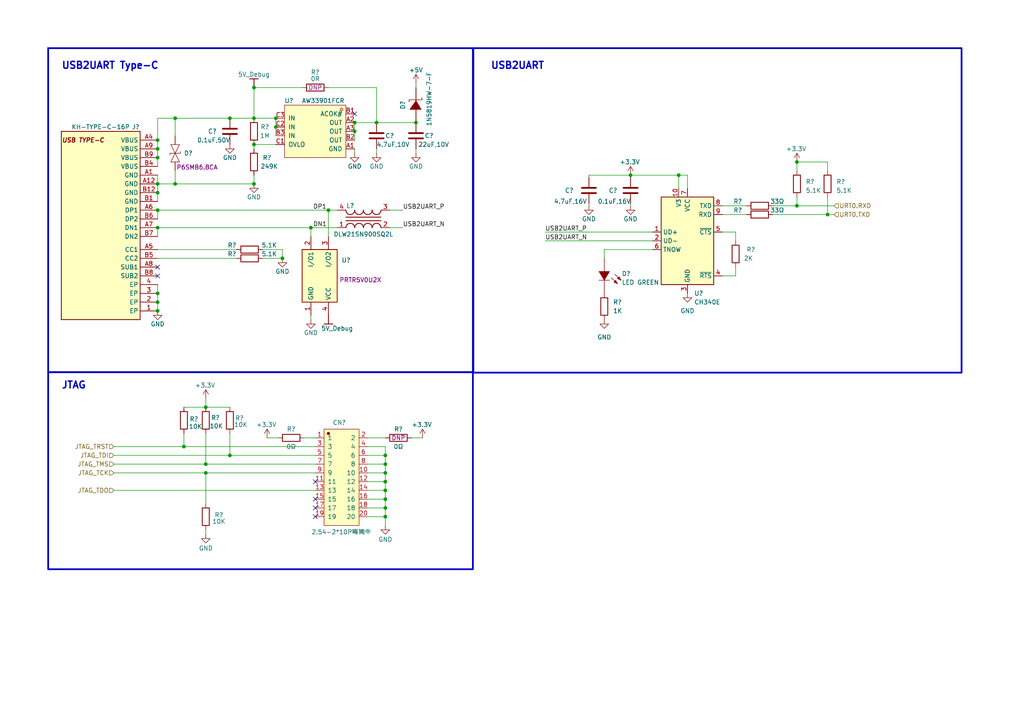
<source format=kicad_sch>
(kicad_sch (version 20230121) (generator eeschema)
  (paper "A4")
  (title_block (title "HPM6E00ADCEVKRevC") (date "2024-09-17") (rev "RevC") (comment 1 "Debug"))
  (lib_symbols
    (symbol "00_HPM_power:+5V" (power) (pin_names (offset 0))
      (property "Value" "+5V" (at 0 3.556 0))
      (symbol "+5V_0_1"
        (polyline (pts (xy -0.762 1.27) (xy 0 2.54)))
        (polyline (pts (xy 0 0) (xy 0 2.54)))
        (polyline (pts (xy 0 2.54) (xy 0.762 1.27)))
      )
      (symbol "+5V_1_1"
        (pin power_in line (at 0 0 90) (length 0) hide (name "+5V") (number "1"))
      )
    )
    (symbol "00_HPM_power:5V_Debug" (power)
      (property "Value" "5V_Debug" (at 0 -3.81 0))
      (symbol "5V_Debug_0_0"
        (polyline (pts (xy -1.27 -2.54) (xy 1.27 -2.54)) (stroke (width 0.254)))
        (polyline (pts (xy 0 0) (xy 0 -2.54)) (stroke (width 0.254)))
        (pin power_in line (at 0 0 0) (length 0) hide (name "5V_Debug") (number ""))
      )
    )
    (symbol "00_HPM_power:GND" (power)
      (property "Value" "GND" (at 1.27 -6.35 0))
      (symbol "GND_0_0"
        (pin power_in line (at 0 0 0) (length 0) hide (name "GND") (number ""))
      )
      (symbol "GND_0_1"
        (polyline (pts (xy 0 0) (xy 0 -1.27) (xy 1.27 -1.27) (xy 0 -2.54) (xy -1.27 -1.27) (xy 0 -1.27)))
      )
    )
    (symbol "01-HPM-Peripheral:LED_GREEN" (pin_numbers hide) (pin_names (offset 1.016) hide)
      (property "Reference" "LED" (at -5.08 1.27 0))
      (property "Value" "LED_GREEN" (at 0 8.89 0))
      (symbol "LED_GREEN_1_1"
        (polyline (pts (xy -2.54 1.524) (xy -2.54 -1.524)) (stroke (width 0.1524)))
        (polyline (pts (xy -1.778 2.032) (xy -3.556 3.81)) (stroke (width 0.1524)))
        (polyline (pts (xy -0.762 3.048) (xy -2.54 4.826)) (stroke (width 0.1524)))
        (polyline (pts (xy -3.556 3.81) (xy -2.54 3.302) (xy -3.048 2.794) (xy -3.556 3.81)) (stroke (width 0.1524)) (fill (type outline)))
        (polyline (pts (xy -2.54 4.826) (xy -1.524 4.318) (xy -2.032 3.81) (xy -2.54 4.826)) (stroke (width 0.1524)) (fill (type outline)))
        (polyline (pts (xy 0 -1.524) (xy -2.54 0) (xy 0 1.524) (xy 0 -1.524)) (stroke (width 0.1524)) (fill (type outline)))
        (pin input line (at -6.35 0 0) (length 3.81) (name "K") (number "1"))
        (pin input line (at 3.81 0 180) (length 3.81) (name "A") (number "2"))
      )
    )
    (symbol "02_HPM_Resistor:10K_0402" (pin_numbers hide) (pin_names (offset 0))
      (property "Reference" "R" (at 0 3.81 0))
      (property "Value" "10K" (at 0 6.35 0))
      (symbol "10K_0402_0_1"
        (rectangle (start 2.54 -1.016) (end -2.54 1.016) (stroke (width 0.254)))
      )
      (symbol "10K_0402_1_1"
        (pin passive line (at -3.81 0 0) (length 1.27) (name "~") (number "1"))
        (pin passive line (at 3.81 0 180) (length 1.27) (name "~") (number "2"))
      )
    )
    (symbol "02_HPM_Resistor:5.1K_0402" (pin_numbers hide) (pin_names (offset 0))
      (property "Reference" "R" (at 0 3.81 0))
      (property "Value" "5.1K" (at 0 7.62 0))
      (symbol "5.1K_0402_0_1"
        (rectangle (start 2.54 -1.016) (end -2.54 1.016) (stroke (width 0.254)))
      )
      (symbol "5.1K_0402_1_1"
        (pin passive line (at -3.81 0 0) (length 1.27) (name "~") (number "1"))
        (pin passive line (at 3.81 0 180) (length 1.27) (name "~") (number "2"))
      )
    )
    (symbol "03_HPM_Capacitance:0.1uF,16V_0402" (pin_numbers hide) (pin_names (offset 0.254))
      (property "Reference" "C" (at -1.27 10.16 0))
      (property "Value" "0.1uF,16V" (at -5.08 12.7 0))
      (symbol "0.1uF,16V_0402_0_1"
        (polyline (pts (xy -2.032 -0.762) (xy 2.032 -0.762)) (stroke (width 0.508)))
        (polyline (pts (xy -2.032 0.762) (xy 2.032 0.762)) (stroke (width 0.508)))
      )
      (symbol "0.1uF,16V_0402_1_1"
        (pin passive line (at 0 3.81 270) (length 2.794) (name "~") (number "1"))
        (pin passive line (at 0 -3.81 90) (length 2.794) (name "~") (number "2"))
      )
    )
    (symbol "03_HPM_Capacitance:0.1uF,50V_0402" (pin_numbers hide) (pin_names (offset 0.254))
      (property "Reference" "C" (at 0 10.16 0))
      (property "Value" "0.1uF,50V" (at -3.81 12.7 0))
      (symbol "0.1uF,50V_0402_0_1"
        (polyline (pts (xy -2.032 -0.762) (xy 2.032 -0.762)) (stroke (width 0.508)))
        (polyline (pts (xy -2.032 0.762) (xy 2.032 0.762)) (stroke (width 0.508)))
      )
      (symbol "0.1uF,50V_0402_1_1"
        (pin passive line (at 0 3.81 270) (length 2.794) (name "~") (number "1"))
        (pin passive line (at 0 -3.81 90) (length 2.794) (name "~") (number "2"))
      )
    )
    (symbol "03_HPM_Capacitance:22uF,10V_0805" (pin_numbers hide)
      (property "Reference" "C" (at 0 8.89 0))
      (property "Value" "22uF,10V" (at 0 13.97 0))
      (symbol "22uF,10V_0805_0_1"
        (polyline (pts (xy -2.032 -0.762) (xy 2.032 -0.762)) (stroke (width 0.508)))
        (polyline (pts (xy -2.032 0.762) (xy 2.032 0.762)) (stroke (width 0.508)))
      )
      (symbol "22uF,10V_0805_1_1"
        (pin passive line (at 0 3.81 270) (length 2.794) (name "~") (number "1"))
        (pin passive line (at 0 -3.81 90) (length 2.794) (name "~") (number "2"))
      )
    )
    (symbol "03_HPM_Capacitance:4.7uF,10V_0402" (pin_numbers hide) (pin_names (offset 0.254))
      (property "Reference" "C" (at 0.635 2.54 0))
      (property "Value" "4.7uF,10V" (at 0.635 -2.54 0))
      (symbol "4.7uF,10V_0402_0_1"
        (polyline (pts (xy -2.032 -0.762) (xy 2.032 -0.762)) (stroke (width 0.508)))
        (polyline (pts (xy -2.032 0.762) (xy 2.032 0.762)) (stroke (width 0.508)))
      )
      (symbol "4.7uF,10V_0402_1_1"
        (pin passive line (at 0 3.81 270) (length 2.794) (name "~") (number "1"))
        (pin passive line (at 0 -3.81 90) (length 2.794) (name "~") (number "2"))
      )
    )
    (symbol "04_HPM_Diode: 1N5819HW-7-F" (pin_numbers hide) (pin_names (offset 1.016) hide)
      (property "Reference" "D" (at 0 5.08 0))
      (property "Value" " 1N5819HW-7-F" (at -1.27 7.62 0))
      (symbol " 1N5819HW-7-F_1_1"
        (polyline (pts (xy 1.27 1.524) (xy -1.27 0) (xy -1.27 0) (xy 1.27 -1.778) (xy 1.27 -1.778) (xy 1.27 1.524)) (fill (type color) (color 132 0 0 1)))
        (polyline (pts (xy -2.032 1.524) (xy -2.032 1.778) (xy -2.032 1.778) (xy -1.524 1.778) (xy -1.524 1.778) (xy -1.524 -2.032) (xy -1.524 -2.032) (xy -1.016 -2.032) (xy -1.016 -2.032) (xy -1.016 -1.778)))
        (pin input line (at -5.08 0 0) (length 3.81) (name "K") (number "1"))
        (pin input line (at 5.08 0 180) (length 3.81) (name "A") (number "2"))
      )
    )
    (symbol "04_HPM_Diode:P6SMB6.8CA" (pin_numbers hide) (pin_names (offset 1.016) hide)
      (property "Reference" "D" (at 0 4.064 0))
      (property "Value" "P6SMB6.8CA" (at 0 9.144 0))
      (symbol "P6SMB6.8CA_1_1"
        (polyline (pts (xy -2.54 1.27) (xy 0 0) (xy -2.54 -1.27) (xy -2.54 1.27)) (stroke (width 0.1524)))
        (polyline (pts (xy 2.54 1.27) (xy 0 0) (xy 2.54 -1.27) (xy 2.54 1.27)) (stroke (width 0.1524)))
        (polyline (pts (xy -0.508 1.524) (xy -0.508 1.524) (xy 0 1.524) (xy 0 -1.524) (xy 0.508 -1.524) (xy 0.508 -1.524)) (stroke (width 0.1524)))
        (pin input line (at -5.08 0 0) (length 2.54) (name "1") (number "1"))
        (pin input line (at 5.08 0 180) (length 2.54) (name "2") (number "2"))
      )
    )
    (symbol "04_HPM_Diode:PRTR5V0U2X"
      (property "Reference" "U" (at 11.43 -6.35 0))
      (property "Value" "PRTR5V0U2X" (at 10.16 -29.21 0))
      (symbol "PRTR5V0U2X_1_0"
        (rectangle (start 2.54 -7.62) (end 12.7 -22.86) (stroke (width 0.254)) (fill (type background)))
        (pin passive line (at 5.08 -26.67 90) (length 3.81) (name "GND") (number "1"))
        (pin passive line (at 5.08 -3.81 270) (length 3.81) (name "I/O1") (number "2"))
        (pin passive line (at 10.16 -3.81 270) (length 3.81) (name "I/O2") (number "3"))
        (pin passive line (at 10.16 -26.67 90) (length 3.81) (name "VCC") (number "4"))
      )
    )
    (symbol "05_HPM_Connector_IDC:2.54-2*10P简牛_90°" (pin_names (offset 1.016))
      (property "Reference" "IDC" (at -2.54 15.24 0))
      (property "Value" "2.54-2*10P简牛_90°" (at -1.27 -15.24 0))
      (symbol "2.54-2*10P简牛_90°_1_1"
        (rectangle (start -5.08 13.97) (end 5.08 -13.97) (stroke (width 0.1524)) (fill (type background)))
        (circle (center -3.81 12.7) (radius 0.381) (stroke (width 0.1524)) (fill (type outline)))
        (pin input line (at -7.62 11.43 0) (length 2.54) (name "1") (number "1"))
        (pin input line (at 7.62 1.27 180) (length 2.54) (name "10") (number "10"))
        (pin input line (at -7.62 -1.27 0) (length 2.54) (name "11") (number "11"))
        (pin input line (at 7.62 -1.27 180) (length 2.54) (name "12") (number "12"))
        (pin input line (at -7.62 -3.81 0) (length 2.54) (name "13") (number "13"))
        (pin input line (at 7.62 -3.81 180) (length 2.54) (name "14") (number "14"))
        (pin input line (at -7.62 -6.35 0) (length 2.54) (name "15") (number "15"))
        (pin input line (at 7.62 -6.35 180) (length 2.54) (name "16") (number "16"))
        (pin input line (at -7.62 -8.89 0) (length 2.54) (name "17") (number "17"))
        (pin input line (at 7.62 -8.89 180) (length 2.54) (name "18") (number "18"))
        (pin input line (at -7.62 -11.43 0) (length 2.54) (name "19") (number "19"))
        (pin input line (at 7.62 11.43 180) (length 2.54) (name "2") (number "2"))
        (pin input line (at 7.62 -11.43 180) (length 2.54) (name "20") (number "20"))
        (pin input line (at -7.62 8.89 0) (length 2.54) (name "3") (number "3"))
        (pin input line (at 7.62 8.89 180) (length 2.54) (name "4") (number "4"))
        (pin input line (at -7.62 6.35 0) (length 2.54) (name "5") (number "5"))
        (pin input line (at 7.62 6.35 180) (length 2.54) (name "6") (number "6"))
        (pin input line (at -7.62 3.81 0) (length 2.54) (name "7") (number "7"))
        (pin input line (at 7.62 3.81 180) (length 2.54) (name "8") (number "8"))
        (pin input line (at -7.62 1.27 0) (length 2.54) (name "9") (number "9"))
      )
    )
    (symbol "05_HPM_Connector_Other:USB_Type-C"
      (property "Reference" "J" (at 21.59 1.27 0))
      (property "Value" "USB_Type-C" (at 11.43 1.27 0))
      (symbol "USB_Type-C_1_0"
        (rectangle (start 0 0) (end 22.86 -54.61) (stroke (width 0.254)) (fill (type background)))
        (pin passive line (at 27.94 -52.07 180) (length 5.08) (name "EP") (number "1"))
        (pin passive line (at 27.94 -49.53 180) (length 5.08) (name "EP") (number "2"))
        (pin passive line (at 27.94 -46.99 180) (length 5.08) (name "EP") (number "3"))
        (pin passive line (at 27.94 -44.45 180) (length 5.08) (name "EP") (number "4"))
        (pin passive line (at 27.94 -12.7 180) (length 5.08) (name "GND") (number "A1"))
        (pin passive line (at 27.94 -15.24 180) (length 5.08) (name "GND") (number "A12"))
        (pin passive line (at 27.94 -2.54 180) (length 5.08) (name "VBUS") (number "A4"))
        (pin passive line (at 27.94 -34.29 180) (length 5.08) (name "CC1") (number "A5"))
        (pin passive line (at 27.94 -22.86 180) (length 5.08) (name "DP1") (number "A6"))
        (pin passive line (at 27.94 -27.94 180) (length 5.08) (name "DN1") (number "A7"))
        (pin passive line (at 27.94 -39.37 180) (length 5.08) (name "SUB1") (number "A8"))
        (pin passive line (at 27.94 -5.08 180) (length 5.08) (name "VBUS") (number "A9"))
        (pin passive line (at 27.94 -20.32 180) (length 5.08) (name "GND") (number "B1"))
        (pin passive line (at 27.94 -17.78 180) (length 5.08) (name "GND") (number "B12"))
        (pin passive line (at 27.94 -10.16 180) (length 5.08) (name "VBUS") (number "B4"))
        (pin passive line (at 27.94 -36.83 180) (length 5.08) (name "CC2") (number "B5"))
        (pin passive line (at 27.94 -25.4 180) (length 5.08) (name "DP2") (number "B6"))
        (pin passive line (at 27.94 -30.48 180) (length 5.08) (name "DN2") (number "B7"))
        (pin passive line (at 27.94 -41.91 180) (length 5.08) (name "SUB2") (number "B8"))
        (pin passive line (at 27.94 -7.62 180) (length 5.08) (name "VBUS") (number "B9"))
      )
      (symbol "USB_Type-C_1_1"
        (text "USB TYPE-C" (at 6.35 -2.54 0) (effects (font (size 1.27 1.27) bold italic)))
      )
    )
    (symbol "06_HPM_Function_IC:AW33901FCR" (pin_names (offset 1.016))
      (property "Reference" "U" (at -7.62 8.89 0))
      (property "Value" "AW33901FCR" (at 0 8.89 0))
      (symbol "AW33901FCR_1_1"
        (rectangle (start -8.89 7.62) (end 8.89 -7.62) (fill (type background)))
        (circle (center 7.62 6.35) (radius 0.381))
        (pin input line (at 11.43 -5.08 180) (length 2.54) (name "GND") (number "A1"))
        (pin input line (at 11.43 2.54 180) (length 2.54) (name "OUT") (number "A2"))
        (pin input line (at 11.43 0 180) (length 2.54) (name "OUT") (number "A3"))
        (pin input line (at 11.43 5.08 180) (length 2.54) (name "ACOK#") (number "B1"))
        (pin input line (at 11.43 -2.54 180) (length 2.54) (name "OUT") (number "B2"))
        (pin input line (at -11.43 -1.27 0) (length 2.54) (name "IN") (number "B3"))
        (pin input line (at -11.43 -3.81 0) (length 2.54) (name "OVLO") (number "C1"))
        (pin input line (at -11.43 1.27 0) (length 2.54) (name "IN") (number "C2"))
        (pin input line (at -11.43 3.81 0) (length 2.54) (name "IN") (number "C3"))
      )
    )
    (symbol "06_HPM_Function_IC:CH340E"
      (property "Reference" "U?" (at -7.62 13.97 0))
      (property "Value" "CH340E" (at 1.27 13.97 0))
      (symbol "CH340E_0_1"
        (rectangle (start -7.62 12.7) (end 7.62 -12.7) (stroke (width 0.254)) (fill (type background)))
      )
      (symbol "CH340E_1_1"
        (pin bidirectional line (at -10.16 2.54 0) (length 2.54) (name "UD+") (number "1"))
        (pin passive line (at -2.54 15.24 270) (length 2.54) (name "V3") (number "10"))
        (pin bidirectional line (at -10.16 0 0) (length 2.54) (name "UD-") (number "2"))
        (pin power_in line (at 0 -15.24 90) (length 2.54) (name "GND") (number "3"))
        (pin output line (at 10.16 -10.16 180) (length 2.54) (name "~{RTS}") (number "4"))
        (pin input line (at 10.16 2.54 180) (length 2.54) (name "~{CTS}") (number "5"))
        (pin output line (at -10.16 -2.54 0) (length 2.54) (name "TNOW") (number "6"))
        (pin power_in line (at 0 15.24 270) (length 2.54) (name "VCC") (number "7"))
        (pin output line (at 10.16 10.16 180) (length 2.54) (name "TXD") (number "8"))
        (pin input line (at 10.16 7.62 180) (length 2.54) (name "RXD") (number "9"))
      )
    )
    (symbol "07_HPM_Inductance:DLW21SN900SQ2L"
      (property "Reference" "L" (at 8.89 -1.27 0))
      (property "Value" "DLW21SN900SQ2L" (at 8.89 -9.525 0))
      (symbol "DLW21SN900SQ2L_1_0"
        (polyline (pts (xy 3.81 -5.588) (xy 13.97 -5.588)) (stroke (width 0.254)))
        (polyline (pts (xy 3.81 -4.572) (xy 13.97 -4.572)) (stroke (width 0.254)))
        (arc (start 3.81 -2.54) (mid 5.08 -3.8045) (end 6.35 -2.54) (stroke (width 0.254)))
        (arc (start 6.35 -7.62) (mid 5.08 -6.3555) (end 3.81 -7.62) (stroke (width 0.254)))
        (arc (start 6.35 -2.54) (mid 7.62 -3.8045) (end 8.89 -2.54) (stroke (width 0.254)))
        (arc (start 8.89 -7.62) (mid 7.62 -6.3555) (end 6.35 -7.62) (stroke (width 0.254)))
        (arc (start 8.89 -2.54) (mid 10.16 -3.8045) (end 11.43 -2.54) (stroke (width 0.254)))
        (arc (start 11.43 -7.62) (mid 10.16 -6.3555) (end 8.89 -7.62) (stroke (width 0.254)))
        (arc (start 11.43 -2.54) (mid 12.7 -3.8045) (end 13.97 -2.54) (stroke (width 0.254)))
        (arc (start 13.97 -7.62) (mid 12.7 -6.3555) (end 11.43 -7.62) (stroke (width 0.254)))
        (pin passive line (at 1.27 -7.62 0) (length 2.54) (name "") (number "1"))
        (pin passive line (at 16.51 -7.62 180) (length 2.54) (name "") (number "2"))
        (pin passive line (at 16.51 -2.54 180) (length 2.54) (name "") (number "3"))
        (pin passive line (at 1.27 -2.54 0) (length 2.54) (name "") (number "4"))
      )
    )
    (symbol "power:+3.3V" (power) (pin_names (offset 0))
      (property "Value" "+3.3V" (at 0 3.556 0))
      (symbol "+3.3V_0_1"
        (polyline (pts (xy -0.762 1.27) (xy 0 2.54)))
        (polyline (pts (xy 0 0) (xy 0 2.54)))
        (polyline (pts (xy 0 2.54) (xy 0.762 1.27)))
      )
      (symbol "+3.3V_1_1"
        (pin power_in line (at 0 0 90) (length 0) hide (name "+3.3V") (number "1"))
      )
    )
  )
  (junction (at 50.8 34.29))
  (junction (at 73.66 53.34))
  (junction (at 111.76 147.32))
  (junction (at 59.69 118.11))
  (junction (at 73.66 25.4))
  (junction (at 111.76 144.78))
  (junction (at 102.87 35.56))
  (junction (at 95.25 60.96))
  (junction (at 45.72 85.09))
  (junction (at 111.76 142.24))
  (junction (at 45.72 90.17))
  (junction (at 120.65 35.56))
  (junction (at 73.66 34.29))
  (junction (at 66.675 34.29))
  (junction (at 111.76 132.08))
  (junction (at 231.14 46.99))
  (junction (at 66.675 132.08))
  (junction (at 45.72 66.04))
  (junction (at 45.72 45.72))
  (junction (at 111.76 149.86))
  (junction (at 111.76 134.62))
  (junction (at 59.69 137.16))
  (junction (at 50.8 53.34))
  (junction (at 231.14 59.69))
  (junction (at 45.72 87.63))
  (junction (at 80.01 34.29))
  (junction (at 90.17 66.04))
  (junction (at 73.66 41.91))
  (junction (at 81.915 74.93))
  (junction (at 109.22 35.56))
  (junction (at 45.72 43.18))
  (junction (at 53.34 129.54))
  (junction (at 111.76 139.7))
  (junction (at 45.72 53.34))
  (junction (at 45.72 40.64))
  (junction (at 59.69 134.62))
  (junction (at 45.72 60.96))
  (junction (at 111.76 137.16))
  (junction (at 45.72 55.88))
  (junction (at 240.03 62.23))
  (junction (at 182.88 50.8))
  (junction (at 102.87 38.1))
  (junction (at 80.01 36.83))
  (junction (at 196.85 50.8))
  (no_connect (at 45.72 80.01))
  (no_connect (at 91.44 144.78))
  (no_connect (at 91.44 147.32))
  (no_connect (at 91.44 149.86))
  (no_connect (at 102.87 33.02))
  (no_connect (at 91.44 139.7))
  (no_connect (at 45.72 77.47))
  (wire (pts (xy 199.39 50.8) (xy 199.39 54.61)))
  (wire (pts (xy 111.76 147.32) (xy 111.76 149.86)))
  (wire (pts (xy 66.675 132.08) (xy 66.675 125.73)))
  (wire (pts (xy 111.76 132.08) (xy 111.76 134.62)))
  (wire (pts (xy 209.55 67.31) (xy 213.36 67.31)))
  (wire (pts (xy 106.68 132.08) (xy 111.76 132.08)))
  (wire (pts (xy 53.34 118.11) (xy 59.69 118.11)))
  (wire (pts (xy 120.65 25.4) (xy 120.65 24.13)))
  (wire (pts (xy 53.34 129.54) (xy 53.34 125.73)))
  (wire (pts (xy 111.76 134.62) (xy 111.76 137.16)))
  (wire (pts (xy 73.66 25.4) (xy 87.63 25.4)))
  (wire (pts (xy 59.69 134.62) (xy 91.44 134.62)))
  (wire (pts (xy 59.69 125.73) (xy 59.69 134.62)))
  (wire (pts (xy 45.72 82.55) (xy 45.72 85.09)))
  (wire (pts (xy 102.87 35.56) (xy 109.22 35.56)))
  (wire (pts (xy 231.14 57.15) (xy 231.14 59.69)))
  (wire (pts (xy 50.8 34.29) (xy 50.8 39.37)))
  (wire (pts (xy 33.02 132.08) (xy 66.675 132.08)))
  (wire (pts (xy 59.69 137.16) (xy 91.44 137.16)))
  (wire (pts (xy 175.26 72.39) (xy 175.26 74.93)))
  (wire (pts (xy 111.76 129.54) (xy 111.76 132.08)))
  (wire (pts (xy 45.72 34.29) (xy 50.8 34.29)))
  (wire (pts (xy 119.38 127) (xy 122.555 127)))
  (wire (pts (xy 50.8 49.53) (xy 50.8 53.34)))
  (wire (pts (xy 120.65 44.45) (xy 120.65 43.18)))
  (wire (pts (xy 196.85 50.8) (xy 199.39 50.8)))
  (wire (pts (xy 106.68 137.16) (xy 111.76 137.16)))
  (wire (pts (xy 59.69 115.57) (xy 59.69 118.11)))
  (wire (pts (xy 111.76 137.16) (xy 111.76 139.7)))
  (wire (pts (xy 45.72 53.34) (xy 45.72 55.88)))
  (wire (pts (xy 80.01 34.29) (xy 80.01 36.83)))
  (wire (pts (xy 45.72 60.96) (xy 95.25 60.96)))
  (wire (pts (xy 106.68 139.7) (xy 111.76 139.7)))
  (wire (pts (xy 170.815 50.8) (xy 182.88 50.8)))
  (wire (pts (xy 109.22 25.4) (xy 109.22 35.56)))
  (wire (pts (xy 53.34 129.54) (xy 91.44 129.54)))
  (wire (pts (xy 45.72 66.04) (xy 45.72 68.58)))
  (wire (pts (xy 73.66 41.91) (xy 80.01 41.91)))
  (wire (pts (xy 106.68 144.78) (xy 111.76 144.78)))
  (wire (pts (xy 111.76 139.7) (xy 111.76 142.24)))
  (wire (pts (xy 59.69 154.94) (xy 59.69 153.67)))
  (wire (pts (xy 213.36 80.01) (xy 209.55 80.01)))
  (wire (pts (xy 50.8 34.29) (xy 66.675 34.29)))
  (wire (pts (xy 59.69 137.16) (xy 59.69 146.05)))
  (wire (pts (xy 241.935 62.23) (xy 240.03 62.23)))
  (wire (pts (xy 102.87 40.64) (xy 102.87 38.1)))
  (wire (pts (xy 196.85 54.61) (xy 196.85 50.8)))
  (wire (pts (xy 77.47 127) (xy 80.645 127)))
  (wire (pts (xy 73.66 25.4) (xy 73.66 34.29)))
  (wire (pts (xy 182.88 59.055) (xy 182.88 59.69)))
  (wire (pts (xy 45.72 55.88) (xy 45.72 58.42)))
  (wire (pts (xy 111.76 127) (xy 106.68 127)))
  (wire (pts (xy 111.76 152.4) (xy 111.76 149.86)))
  (wire (pts (xy 66.675 34.29) (xy 73.66 34.29)))
  (wire (pts (xy 45.72 34.29) (xy 45.72 40.64)))
  (wire (pts (xy 224.155 59.69) (xy 231.14 59.69)))
  (wire (pts (xy 95.25 60.96) (xy 95.25 68.58)))
  (wire (pts (xy 113.03 60.96) (xy 116.84 60.96)))
  (wire (pts (xy 216.535 62.23) (xy 209.55 62.23)))
  (wire (pts (xy 45.72 60.96) (xy 45.72 63.5)))
  (wire (pts (xy 90.17 92.71) (xy 90.17 91.44)))
  (wire (pts (xy 102.87 38.1) (xy 102.87 35.56)))
  (wire (pts (xy 45.72 85.09) (xy 45.72 87.63)))
  (wire (pts (xy 95.25 60.96) (xy 97.79 60.96)))
  (wire (pts (xy 45.72 66.04) (xy 90.17 66.04)))
  (wire (pts (xy 111.76 142.24) (xy 111.76 144.78)))
  (wire (pts (xy 182.88 50.8) (xy 182.88 51.435)))
  (wire (pts (xy 50.8 53.34) (xy 73.66 53.34)))
  (wire (pts (xy 158.115 67.31) (xy 189.23 67.31)))
  (wire (pts (xy 45.72 40.64) (xy 45.72 43.18)))
  (wire (pts (xy 216.535 59.69) (xy 209.55 59.69)))
  (wire (pts (xy 73.66 34.29) (xy 80.01 34.29)))
  (wire (pts (xy 240.03 57.15) (xy 240.03 62.23)))
  (wire (pts (xy 45.72 43.18) (xy 45.72 45.72)))
  (wire (pts (xy 224.155 62.23) (xy 240.03 62.23)))
  (wire (pts (xy 80.01 36.83) (xy 80.01 39.37)))
  (wire (pts (xy 73.66 50.8) (xy 73.66 53.34)))
  (wire (pts (xy 45.72 45.72) (xy 45.72 48.26)))
  (wire (pts (xy 158.115 69.85) (xy 189.23 69.85)))
  (wire (pts (xy 213.36 77.47) (xy 213.36 80.01)))
  (wire (pts (xy 106.68 142.24) (xy 111.76 142.24)))
  (wire (pts (xy 170.815 51.435) (xy 170.815 50.8)))
  (wire (pts (xy 45.72 50.8) (xy 45.72 53.34)))
  (wire (pts (xy 90.17 66.04) (xy 97.79 66.04)))
  (wire (pts (xy 106.68 129.54) (xy 111.76 129.54)))
  (wire (pts (xy 106.68 147.32) (xy 111.76 147.32)))
  (wire (pts (xy 170.815 59.055) (xy 170.815 59.69)))
  (wire (pts (xy 240.03 46.99) (xy 240.03 49.53)))
  (wire (pts (xy 120.65 35.56) (xy 109.22 35.56)))
  (wire (pts (xy 81.915 72.39) (xy 81.915 74.93)))
  (wire (pts (xy 231.14 46.99) (xy 240.03 46.99)))
  (wire (pts (xy 189.23 72.39) (xy 175.26 72.39)))
  (wire (pts (xy 231.14 46.99) (xy 231.14 49.53)))
  (wire (pts (xy 106.68 134.62) (xy 111.76 134.62)))
  (wire (pts (xy 95.25 25.4) (xy 109.22 25.4)))
  (wire (pts (xy 76.2 72.39) (xy 81.915 72.39)))
  (wire (pts (xy 113.03 66.04) (xy 116.84 66.04)))
  (wire (pts (xy 241.935 59.69) (xy 231.14 59.69)))
  (wire (pts (xy 73.66 43.18) (xy 73.66 41.91)))
  (wire (pts (xy 66.675 132.08) (xy 91.44 132.08)))
  (wire (pts (xy 109.22 44.45) (xy 109.22 43.18)))
  (wire (pts (xy 88.265 127) (xy 91.44 127)))
  (wire (pts (xy 76.2 74.93) (xy 81.915 74.93)))
  (wire (pts (xy 33.02 134.62) (xy 59.69 134.62)))
  (wire (pts (xy 66.675 118.11) (xy 59.69 118.11)))
  (wire (pts (xy 182.88 50.8) (xy 196.85 50.8)))
  (wire (pts (xy 111.76 149.86) (xy 106.68 149.86)))
  (wire (pts (xy 102.87 44.45) (xy 102.87 43.18)))
  (wire (pts (xy 90.17 66.04) (xy 90.17 68.58)))
  (wire (pts (xy 33.02 137.16) (xy 59.69 137.16)))
  (wire (pts (xy 111.76 144.78) (xy 111.76 147.32)))
  (wire (pts (xy 45.72 87.63) (xy 45.72 90.17)))
  (wire (pts (xy 33.02 142.24) (xy 91.44 142.24)))
  (wire (pts (xy 213.36 67.31) (xy 213.36 69.85)))
  (wire (pts (xy 45.72 74.93) (xy 68.58 74.93)))
  (wire (pts (xy 45.72 72.39) (xy 68.58 72.39)))
  (wire (pts (xy 33.02 129.54) (xy 53.34 129.54)))
  (wire (pts (xy 45.72 53.34) (xy 50.8 53.34)))
  (rectangle (start 13.97 107.95) (end 137.16 165.1) (stroke (width 0.5)))
  (rectangle (start 13.97 13.97) (end 137.16 107.95) (stroke (width 0.5)))
  (rectangle (start 137.287 13.97) (end 278.892 108.077) (stroke (width 0.5)))
  (text "USB2UART" (at 142.24 20.32 0) (effects (font (size 2 2) (thickness 0.4) bold) (justify left bottom)))
  (text "USB2UART Type-C" (at 17.78 20.32 0) (effects (font (size 2 2) (thickness 0.4) bold) (justify left bottom)))
  (text "JTAG" (at 17.78 113.03 0) (effects (font (size 2 2) (thickness 0.4) bold) (justify left bottom)))
  (label "USB2UART_P" (at 158.115 67.31 0))
  (label "USB2UART_N" (at 116.84 66.04 0))
  (label "USB2UART_N" (at 158.115 69.85 0))
  (label "DN1" (at 90.805 66.04 0))
  (label "DP1" (at 90.805 60.96 0))
  (label "USB2UART_P" (at 116.84 60.96 0))
  (hierarchical_label "JTAG_TRST" (shape input) (at 33.02 129.54 180))
  (hierarchical_label "JTAG_TCK" (shape input) (at 33.02 137.16 180))
  (hierarchical_label "JTAG_TMS" (shape input) (at 33.02 134.62 180))
  (hierarchical_label "JTAG_TDO" (shape input) (at 33.02 142.24 180))
  (hierarchical_label "URT0.RXD" (shape input) (at 241.935 59.69 0))
  (hierarchical_label "JTAG_TDI" (shape input) (at 33.02 132.08 180))
  (hierarchical_label "URT0.TXD" (shape input) (at 241.935 62.23 0))
  (symbol (lib_id "02_HPM_Resistor:5.1K_0402") (at 175.26 88.9 270) (unit 1)
    (property "Reference" "R?" (at 177.8 87.63 90) (effects (justify left)))
    (property "Value" "1K" (at 177.8 90.17 90) (effects (justify left)))
    (property "Footprint" "02_HPM_Resistor:R_0402_1005Metric" (effects hide))
    (property "Model" "0402WGF5101TCE" (effects hide))
    (property "Company" "UNI-ROYAL(厚声)" (effects hide))
    (instances (project "HPM62_63_144_ADC_EVK_RevC" (path "" (reference "R?") (unit 1))) (project "Four_Servo_HPM6280_MB" (path "" (reference "R?") (unit 1))) (project "HPM6E00ADCEVKRevC" (path "" (reference "R11") (unit 1))))
  )
  (symbol (lib_id "02_HPM_Resistor:10K_0402") (at 73.66 46.99 90) (unit 1)
    (property "Reference" "R?" (at 77.47 45.72 90))
    (property "Value" "249K" (at 78.105 48.26 90))
    (property "Footprint" "02_HPM_Resistor:R_0402_1005Metric" (effects hide))
    (property "Model" "0402WGF1002TCE" (effects hide))
    (property "Company" "UNI-ROYAL(厚声)" (effects hide))
    (instances (project "HPM62_63_144_ADC_EVK_RevC" (path "" (reference "R?") (unit 1))) (project "Four_Servo_HPM6280_MB" (path "" (reference "R?") (unit 1))) (project "HPM6E00ADCEVKRevC" (path "" (reference "R4") (unit 1))))
  )
  (symbol (lib_id "00_HPM_power:GND") (at 102.87 44.45 0) (unit 1)
    (property "Reference" "#PWR?" (effects hide))
    (property "Value" "GND" (at 102.87 48.26 0))
    (instances (project "HPM62_63_144_ADC_EVK_RevC" (path "" (reference "#PWR?") (unit 1)) (path "" (reference "#PWR?") (unit 1))) (project "HPM6E00ADCEVKRevC" (path "" (reference "#PWR0218") (unit 1))))
  )
  (symbol (lib_id "00_HPM_power:GND") (at 111.76 152.4 0) (unit 1)
    (property "Reference" "#PWR?" (effects hide))
    (property "Value" "GND" (at 111.7705 156.4738 0))
    (instances (project "HPM62_63_144_ADC_EVK_RevC" (path "" (reference "#PWR?") (unit 1))) (project "Four_Servo_HPM6280_MB" (path "" (reference "#PWR?") (unit 1))) (project "HPM6E00ADCEVKRevC" (path "" (reference "#PWR0223") (unit 1))))
  )
  (symbol (lib_id "03_HPM_Capacitance:22uF,10V_0805") (at 120.65 39.37 0) (unit 1)
    (property "Reference" "C?" (at 123.19 39.37 0) (effects (justify left)))
    (property "Value" "22uF,10V" (at 121.285 41.91 0) (effects (justify left)))
    (property "Footprint" "03_HPM_Capacitance:C_0805_2012Metric" (effects hide))
    (property "Model" " CL21A226MPQNNNE" (effects hide))
    (property "Company" " SAMSUNG(三星) " (effects hide))
    (instances (project "HPM62_63_144_ADC_EVK_RevC" (path "" (reference "C?") (unit 1))) (project "Four_Servo_HPM6280_MB" (path "" (reference "C?") (unit 1))) (project "HPM6E00ADCEVKRevC" (path "" (reference "C3") (unit 1))))
  )
  (symbol (lib_id "02_HPM_Resistor:10K_0402") (at 115.57 127 180) (unit 1)
    (property "Reference" "R?" (at 115.57 124.46 0))
    (property "Value" "0Ω" (at 115.57 129.54 0))
    (property "Footprint" "02_HPM_Resistor:R_0402_1005Metric" (effects hide))
    (property "Model" "0402WGF1002TCE" (effects hide))
    (property "Company" "UNI-ROYAL(厚声)" (effects hide))
    (property "ASSY_OPT" "DNP" (at 115.57 127 0))
    (instances (project "HPM62_63_144_ADC_EVK_RevC" (path "" (reference "R?") (unit 1))) (project "Four_Servo_HPM6280_MB" (path "" (reference "R?") (unit 1))) (project "HPM6E00ADCEVKRevC" (path "" (reference "R10") (unit 1))))
  )
  (symbol (lib_id "03_HPM_Capacitance:4.7uF,10V_0402") (at 170.815 55.245 0) (unit 1)
    (property "Reference" "C?" (at 163.83 55.245 0) (effects (justify left)))
    (property "Value" "4.7uF,16V" (at 160.655 58.42 0) (effects (justify left)))
    (property "Footprint" "03_HPM_Capacitance:C_0402" (effects hide))
    (property "Model" " CL05A475MP5NRNC" (effects hide))
    (property "Company" " SAMSUNG(三星)" (effects hide))
    (instances (project "HPM62_63_144_ADC_EVK_RevC" (path "" (reference "C?") (unit 1))) (project "Four_Servo_HPM6280_MB" (path "" (reference "C?") (unit 1))) (project "HPM6E00ADCEVKRevC" (path "" (reference "C4") (unit 1))))
  )
  (symbol (lib_id "07_HPM_Inductance:DLW21SN900SQ2L") (at 96.52 58.42 0) (unit 1)
    (property "Reference" "L?" (at 101.6 59.69 0))
    (property "Value" "DLW21SN900SQ2L" (at 105.41 67.945 0))
    (property "Footprint" "07_HPM_Inductance:L2012" (effects hide))
    (property "Model" "DLW21SN900SQ2L" (effects hide))
    (property "Company" "muRata(村田)" (effects hide))
    (instances (project "HPM62_63_144_ADC_EVK_RevC" (path "" (reference "L?") (unit 1))) (project "Four_Servo_HPM6280_MB" (path "" (reference "L?") (unit 1))) (project "HPM6E00ADCEVKRevC" (path "" (reference "L1") (unit 1))))
  )
  (symbol (lib_id "power:+3.3V") (at 122.555 127 0) (unit 1)
    (property "Reference" "#PWR?" (effects hide))
    (property "Value" "+3.3V" (at 119.38 123.19 0) (effects (justify left)))
    (instances (project "HPM5300-POWER" (path "" (reference "#PWR?") (unit 1))) (project "HPM6E00 SKT Board BGA289_BDIF REVA" (path "" (reference "#PWR?") (unit 1))) (project "HPM6E00ADCEVKRevC" (path "" (reference "#PWR01") (unit 1)) (path "" (reference "#PWR0224") (unit 1))) (project "HPM5300 SKT Board LQFP100 REVA" (path "" (reference "#PWR?") (unit 1))))
  )
  (symbol (lib_id "00_HPM_power:GND") (at 170.815 59.69 0) (unit 1)
    (property "Reference" "#PWR?" (effects hide))
    (property "Value" "GND" (at 170.815 63.5 0))
    (instances (project "HPM62_63_144_ADC_EVK_RevC" (path "" (reference "#PWR?") (unit 1))) (project "Four_Servo_HPM6280_MB" (path "" (reference "#PWR?") (unit 1))) (project "HPM6E00ADCEVKRevC" (path "" (reference "#PWR0234") (unit 1))))
  )
  (symbol (lib_id "00_HPM_power:5V_Debug") (at 73.66 25.4 180) (unit 1)
    (property "Reference" "#PWR?" (effects hide))
    (property "Value" "5V_Debug" (at 73.66 21.59 0))
    (instances (project "HPM62_63_144_ADC_EVK_RevC" (path "" (reference "#PWR?") (unit 1))) (project "Four_Servo_HPM6280_MB" (path "" (reference "#PWR?") (unit 1))) (project "HPM6E00ADCEVKRevC" (path "" (reference "#PWR0229") (unit 1))))
  )
  (symbol (lib_id "00_HPM_power:GND") (at 175.26 92.71 0) (unit 1)
    (property "Reference" "#PWR?" (effects hide))
    (property "Value" "GND" (at 175.26 97.79 0))
    (instances (project "HPM62_63_144_ADC_EVK_RevC" (path "" (reference "#PWR?") (unit 1))) (project "Four_Servo_HPM6280_MB" (path "" (reference "#PWR?") (unit 1))) (project "HPM6E00ADCEVKRevC" (path "" (reference "#PWR0237") (unit 1))))
  )
  (symbol (lib_id "02_HPM_Resistor:5.1K_0402") (at 72.39 72.39 0) (unit 1)
    (property "Reference" "R?" (at 67.31 71.12 0))
    (property "Value" "5.1K" (at 78.105 71.12 0))
    (property "Footprint" "02_HPM_Resistor:R_0402_1005Metric" (effects hide))
    (property "Model" "0402WGF5101TCE" (effects hide))
    (property "Company" "UNI-ROYAL(厚声)" (effects hide))
    (instances (project "HPM62_63_144_ADC_EVK_RevC" (path "" (reference "R?") (unit 1))) (project "Four_Servo_HPM6280_MB" (path "" (reference "R?") (unit 1))) (project "HPM6E00ADCEVKRevC" (path "" (reference "R1") (unit 1))))
  )
  (symbol (lib_id "00_HPM_power:GND") (at 59.69 154.94 0) (unit 1)
    (property "Reference" "#PWR?" (effects hide))
    (property "Value" "GND" (at 59.7005 159.0138 0))
    (instances (project "HPM62_63_144_ADC_EVK_RevC" (path "" (reference "#PWR?") (unit 1))) (project "Four_Servo_HPM6280_MB" (path "" (reference "#PWR?") (unit 1))) (project "HPM6E00ADCEVKRevC" (path "" (reference "#PWR0220") (unit 1))))
  )
  (symbol (lib_id "00_HPM_power:+5V") (at 120.65 24.13 0) (unit 1)
    (property "Reference" "#PWR?" (effects hide))
    (property "Value" "+5V" (at 120.65 20.32 0))
    (instances (project "HPM62_63_144_ADC_EVK_RevC" (path "" (reference "#PWR?") (unit 1))) (project "Four_Servo_HPM6280_MB" (path "" (reference "#PWR?") (unit 1))) (project "HPM6E00ADCEVKRevC" (path "" (reference "#PWR0228") (unit 1))))
  )
  (symbol (lib_id "power:+3.3V") (at 231.14 46.99 0) (unit 1)
    (property "Reference" "#PWR?" (effects hide))
    (property "Value" "+3.3V" (at 227.965 43.18 0) (effects (justify left)))
    (instances (project "HPM5300-POWER" (path "" (reference "#PWR?") (unit 1))) (project "HPM6E00 SKT Board BGA289_BDIF REVA" (path "" (reference "#PWR?") (unit 1))) (project "HPM6E00ADCEVKRevC" (path "" (reference "#PWR01") (unit 1)) (path "" (reference "#PWR0236") (unit 1))) (project "HPM5300 SKT Board LQFP100 REVA" (path "" (reference "#PWR?") (unit 1))))
  )
  (symbol (lib_id "02_HPM_Resistor:5.1K_0402") (at 231.14 53.34 270) (unit 1)
    (property "Reference" "R?" (at 233.68 52.705 90) (effects (justify left)))
    (property "Value" "5.1K" (at 233.68 55.245 90) (effects (justify left)))
    (property "Footprint" "02_HPM_Resistor:R_0402_1005Metric" (effects hide))
    (property "Model" "0402WGF5101TCE" (effects hide))
    (property "Company" "UNI-ROYAL(厚声)" (effects hide))
    (instances (project "HPM62_63_144_ADC_EVK_RevC" (path "" (reference "R?") (unit 1))) (project "Four_Servo_HPM6280_MB" (path "" (reference "R?") (unit 1))) (project "HPM6E00ADCEVKRevC" (path "" (reference "R15") (unit 1))))
  )
  (symbol (lib_id "02_HPM_Resistor:5.1K_0402") (at 72.39 74.93 0) (unit 1)
    (property "Reference" "R?" (at 67.31 73.66 0))
    (property "Value" "5.1K" (at 78.105 73.66 0))
    (property "Footprint" "02_HPM_Resistor:R_0402_1005Metric" (effects hide))
    (property "Model" "0402WGF5101TCE" (effects hide))
    (property "Company" "UNI-ROYAL(厚声)" (effects hide))
    (instances (project "HPM62_63_144_ADC_EVK_RevC" (path "" (reference "R?") (unit 1))) (project "Four_Servo_HPM6280_MB" (path "" (reference "R?") (unit 1))) (project "HPM6E00ADCEVKRevC" (path "" (reference "R2") (unit 1))))
  )
  (symbol (lib_id "02_HPM_Resistor:10K_0402") (at 59.69 149.86 270) (unit 1)
    (property "Reference" "R?" (at 63.5 149.352 90))
    (property "Value" "10K" (at 63.5 151.257 90))
    (property "Footprint" "02_HPM_Resistor:R_0402_1005Metric" (effects hide))
    (property "Model" "0402WGF1002TCE" (effects hide))
    (property "Company" "UNI-ROYAL(厚声)" (effects hide))
    (instances (project "HPM62_63_144_ADC_EVK_RevC" (path "" (reference "R?") (unit 1))) (project "Four_Servo_HPM6280_MB" (path "" (reference "R?") (unit 1))) (project "HPM6E00ADCEVKRevC" (path "" (reference "R8") (unit 1))))
  )
  (symbol (lib_id "02_HPM_Resistor:10K_0402") (at 66.675 121.92 270) (unit 1)
    (property "Reference" "R?" (at 69.469 121.285 90))
    (property "Value" "10K" (at 69.85 123.19 90))
    (property "Footprint" "02_HPM_Resistor:R_0402_1005Metric" (effects hide))
    (property "Model" "0402WGF1002TCE" (effects hide))
    (property "Company" "UNI-ROYAL(厚声)" (effects hide))
    (instances (project "HPM62_63_144_ADC_EVK_RevC" (path "" (reference "R?") (unit 1))) (project "Four_Servo_HPM6280_MB" (path "" (reference "R?") (unit 1))) (project "HPM6E00ADCEVKRevC" (path "" (reference "R9") (unit 1))))
  )
  (symbol (lib_id "00_HPM_power:GND") (at 45.72 90.17 0) (unit 1)
    (property "Reference" "#PWR?" (effects hide))
    (property "Value" "GND" (at 45.72 93.98 0))
    (instances (project "HPM62_63_144_ADC_EVK_RevC" (path "" (reference "#PWR?") (unit 1)) (path "" (reference "#PWR?") (unit 1))) (project "HPM6E00ADCEVKRevC" (path "" (reference "#PWR0227") (unit 1))))
  )
  (symbol (lib_id "00_HPM_power:GND") (at 120.65 44.45 0) (unit 1)
    (property "Reference" "#PWR?" (effects hide))
    (property "Value" "GND" (at 120.65 48.26 0))
    (instances (project "HPM62_63_144_ADC_EVK_RevC" (path "" (reference "#PWR?") (unit 1)) (path "" (reference "#PWR?") (unit 1))) (project "HPM6E00ADCEVKRevC" (path "" (reference "#PWR0226") (unit 1))))
  )
  (symbol (lib_id "02_HPM_Resistor:10K_0402") (at 91.44 25.4 180) (unit 1)
    (property "Reference" "R?" (at 91.44 20.955 0))
    (property "Value" "0R" (at 91.44 22.86 0))
    (property "Footprint" "02_HPM_Resistor:R_0402_1005Metric" (effects hide))
    (property "Model" "0402WGF1002TCE" (effects hide))
    (property "Company" "UNI-ROYAL(厚声)" (effects hide))
    (property "ASSY_OPT" "DNP" (at 91.44 25.4 0))
    (instances (project "HPM62_63_144_ADC_EVK_RevC" (path "" (reference "R?") (unit 1))) (project "Four_Servo_HPM6280_MB" (path "" (reference "R?") (unit 1))) (project "HPM6E00ADCEVKRevC" (path "" (reference "R5") (unit 1))))
  )
  (symbol (lib_id "03_HPM_Capacitance:0.1uF,50V_0402") (at 66.675 38.1 0) (unit 1)
    (property "Reference" "C?" (at 60.325 38.1 0) (effects (justify left)))
    (property "Value" "0.1uF,50V" (at 57.15 40.64 0) (effects (justify left)))
    (property "Footprint" "03_HPM_Capacitance:C_0402" (effects hide))
    (property "Model" "0402B104K500NT" (effects hide))
    (property "Company" "SAMSUNG(三星)" (effects hide))
    (instances (project "HPM62_63_144_ADC_EVK_RevC" (path "" (reference "C?") (unit 1))) (project "Four_Servo_HPM6280_MB" (path "" (reference "C?") (unit 1))) (project "HPM6E00ADCEVKRevC" (path "" (reference "C1") (unit 1))))
  )
  (symbol (lib_id "00_HPM_power:GND") (at 73.66 53.34 0) (unit 1)
    (property "Reference" "#PWR?" (effects hide))
    (property "Value" "GND" (at 73.66 57.15 0))
    (instances (project "HPM62_63_144_ADC_EVK_RevC" (path "" (reference "#PWR?") (unit 1)) (path "" (reference "#PWR?") (unit 1))) (project "HPM6E00ADCEVKRevC" (path "" (reference "#PWR0217") (unit 1))))
  )
  (symbol (lib_id "00_HPM_power:GND") (at 109.22 44.45 0) (unit 1)
    (property "Reference" "#PWR?" (effects hide))
    (property "Value" "GND" (at 109.22 48.26 0))
    (instances (project "HPM62_63_144_ADC_EVK_RevC" (path "" (reference "#PWR?") (unit 1)) (path "" (reference "#PWR?") (unit 1))) (project "HPM6E00ADCEVKRevC" (path "" (reference "#PWR0219") (unit 1))))
  )
  (symbol (lib_id "00_HPM_power:GND") (at 66.675 41.91 0) (unit 1)
    (property "Reference" "#PWR?" (effects hide))
    (property "Value" "GND" (at 66.675 45.72 0))
    (instances (project "HPM62_63_144_ADC_EVK_RevC" (path "" (reference "#PWR?") (unit 1)) (path "" (reference "#PWR?") (unit 1))) (project "HPM6E00ADCEVKRevC" (path "" (reference "#PWR0225") (unit 1))))
  )
  (symbol (lib_id "02_HPM_Resistor:10K_0402") (at 59.69 121.92 90) (unit 1)
    (property "Reference" "R?" (at 62.484 121.158 90))
    (property "Value" "10K" (at 62.738 123.571 90))
    (property "Footprint" "02_HPM_Resistor:R_0402_1005Metric" (effects hide))
    (property "Model" "0402WGF1002TCE" (effects hide))
    (property "Company" "UNI-ROYAL(厚声)" (effects hide))
    (instances (project "HPM62_63_144_ADC_EVK_RevC" (path "" (reference "R?") (unit 1))) (project "Four_Servo_HPM6280_MB" (path "" (reference "R?") (unit 1))) (project "HPM6E00ADCEVKRevC" (path "" (reference "R7") (unit 1))))
  )
  (symbol (lib_id "04_HPM_Diode:P6SMB6.8CA") (at 50.8 44.45 90) (unit 1)
    (property "Reference" "D?" (at 53.34 44.45 90) (effects (justify right)))
    (property "Value" "SMB/DO-214AA_P6SMB6.8CA" (effects hide))
    (property "Footprint" "04_HPM_Diode:SMB_(DO-214AA)" (effects hide))
    (property "Datasheet" "http://www.szlcsc.com/product/details_79530.html" (effects hide))
    (property "description" "TVS" (effects hide))
    (property "ComponentLink1Description" "供应商链接" (effects hide))
    (property "Package" "SMB/DO-214AA" (effects hide))
    (property "Supplier" "LC" (effects hide))
    (property "SuppliersPartNumber" "C78395" (effects hide))
    (property "Comment" "P6SMB6.8CA" (at 51.181 48.514 90) (effects (justify right)))
    (property "Model" "P6SMB6.8CA/TR13" (effects hide))
    (property "Company" " Brightking(君耀电子) " (effects hide))
    (instances (project "HPM62_63_144_ADC_EVK_RevC" (path "" (reference "D?") (unit 1)) (path "" (reference "D?") (unit 1))) (project "HPM6E00ADCEVKRevC" (path "" (reference "D5") (unit 1))))
  )
  (symbol (lib_id "01-HPM-Peripheral:LED_GREEN") (at 175.26 78.74 270) (mirror x) (unit 1)
    (property "Reference" "D?" (at 180.34 79.375 90) (effects (justify left)))
    (property "Value" "LED GREEN" (at 180.34 81.915 90) (effects (justify left)))
    (property "Footprint" "01_HPM_Peripheral:LED_0603" (effects hide))
    (property "Model" "NCD0603C1" (effects hide))
    (property "Company" "国星光电" (effects hide))
    (instances (project "HPM62_63_144_ADC_EVK_RevC" (path "" (reference "D?") (unit 1))) (project "Four_Servo_HPM6280_MB" (path "" (reference "D?") (unit 1))) (project "HPM6E00ADCEVKRevC" (path "" (reference "D2") (unit 1))))
  )
  (symbol (lib_id "00_HPM_power:GND") (at 81.915 74.93 0) (unit 1)
    (property "Reference" "#PWR?" (effects hide))
    (property "Value" "GND" (at 81.915 78.74 0))
    (instances (project "HPM62_63_144_ADC_EVK_RevC" (path "" (reference "#PWR?") (unit 1)) (path "" (reference "#PWR?") (unit 1))) (project "HPM6E00ADCEVKRevC" (path "" (reference "#PWR0231") (unit 1))))
  )
  (symbol (lib_id "power:+3.3V") (at 182.88 50.8 0) (unit 1)
    (property "Reference" "#PWR?" (effects hide))
    (property "Value" "+3.3V" (at 179.705 46.99 0) (effects (justify left)))
    (instances (project "HPM5300-POWER" (path "" (reference "#PWR?") (unit 1))) (project "HPM6E00 SKT Board BGA289_BDIF REVA" (path "" (reference "#PWR?") (unit 1))) (project "HPM6E00ADCEVKRevC" (path "" (reference "#PWR01") (unit 1)) (path "" (reference "#PWR0233") (unit 1))) (project "HPM5300 SKT Board LQFP100 REVA" (path "" (reference "#PWR?") (unit 1))))
  )
  (symbol (lib_id "02_HPM_Resistor:10K_0402") (at 53.34 121.92 270) (unit 1)
    (property "Reference" "R?" (at 54.991 121.539 90) (effects (justify left)))
    (property "Value" "10K" (at 54.737 123.698 90) (effects (justify left)))
    (property "Footprint" "02_HPM_Resistor:R_0402_1005Metric" (effects hide))
    (property "Model" "0402WGF1002TCE" (effects hide))
    (property "Company" "UNI-ROYAL(厚声)" (effects hide))
    (instances (project "HPM62_63_144_ADC_EVK_RevC" (path "" (reference "R?") (unit 1))) (project "Four_Servo_HPM6280_MB" (path "" (reference "R?") (unit 1))) (project "HPM6E00ADCEVKRevC" (path "" (reference "R6") (unit 1))))
  )
  (symbol (lib_id "02_HPM_Resistor:5.1K_0402") (at 220.345 59.69 0) (unit 1)
    (property "Reference" "R?" (at 213.995 58.42 0))
    (property "Value" "33Ω" (at 225.425 58.42 0))
    (property "Footprint" "02_HPM_Resistor:R_0402_1005Metric" (effects hide))
    (property "Model" "0402WGF5101TCE" (effects hide))
    (property "Company" "UNI-ROYAL(厚声)" (effects hide))
    (instances (project "HPM62_63_144_ADC_EVK_RevC" (path "" (reference "R?") (unit 1))) (project "Four_Servo_HPM6280_MB" (path "" (reference "R?") (unit 1))) (project "HPM6E00ADCEVKRevC" (path "" (reference "R13") (unit 1))))
  )
  (symbol (lib_id "03_HPM_Capacitance:0.1uF,16V_0402") (at 182.88 55.245 0) (unit 1)
    (property "Reference" "C?" (at 176.53 55.245 0) (effects (justify left)))
    (property "Value" "0.1uF,16V" (at 173.355 58.42 0) (effects (justify left)))
    (property "Footprint" "03_HPM_Capacitance:C_0402_1005Metric" (effects hide))
    (property "Model" "CL05B104KO5NNNC" (effects hide))
    (property "Company" "SAMSUNG(三星)" (effects hide))
    (instances (project "HPM62_63_144_ADC_EVK_RevC" (path "" (reference "C?") (unit 1))) (project "Four_Servo_HPM6280_MB" (path "" (reference "C?") (unit 1))) (project "HPM6E00ADCEVKRevC" (path "" (reference "C5") (unit 1))))
  )
  (symbol (lib_id "05_HPM_Connector_IDC:2.54-2*10P简牛_90°") (at 99.06 138.43 0) (unit 1)
    (property "Reference" "CN?" (at 98.425 122.555 0))
    (property "Value" "2.54-2*10P弯简牛" (at 99.06 154.305 0))
    (property "Footprint" "05_HPM_Connector_BoxHeader:IDC-Header_2x10_P2.54mm_Horizontal" (effects hide))
    (property "SuppliersPartNumber" "C93700" (effects hide))
    (instances (project "HPM62_63_144_ADC_EVK_RevC" (path "" (reference "CN?") (unit 1))) (project "Four_Servo_HPM6280_MB" (path "" (reference "CN?") (unit 1))) (project "HPM6E00ADCEVKRevC" (path "" (reference "CN1") (unit 1))))
  )
  (symbol (lib_id "00_HPM_power:GND") (at 182.88 59.69 0) (unit 1)
    (property "Reference" "#PWR?" (effects hide))
    (property "Value" "GND" (at 182.88 63.5 0))
    (instances (project "HPM62_63_144_ADC_EVK_RevC" (path "" (reference "#PWR?") (unit 1))) (project "Four_Servo_HPM6280_MB" (path "" (reference "#PWR?") (unit 1))) (project "HPM6E00ADCEVKRevC" (path "" (reference "#PWR0235") (unit 1))))
  )
  (symbol (lib_id "03_HPM_Capacitance:4.7uF,10V_0402") (at 109.22 39.37 0) (unit 1)
    (property "Reference" "C?" (at 111.76 39.37 0) (effects (justify left)))
    (property "Value" "4.7uF,10V" (at 109.22 41.91 0) (effects (justify left)))
    (property "Footprint" "03_HPM_Capacitance:C_0402" (effects hide))
    (property "Model" " CL05A475MP5NRNC" (effects hide))
    (property "Company" " SAMSUNG(三星)" (effects hide))
    (instances (project "HPM62_63_144_ADC_EVK_RevC" (path "" (reference "C?") (unit 1))) (project "Four_Servo_HPM6280_MB" (path "" (reference "C?") (unit 1))) (project "HPM6E00ADCEVKRevC" (path "" (reference "C2") (unit 1))))
  )
  (symbol (lib_id "02_HPM_Resistor:5.1K_0402") (at 213.36 73.66 90) (unit 1)
    (property "Reference" "R?" (at 219.075 72.39 90) (effects (justify left)))
    (property "Value" "2K" (at 218.44 74.93 90) (effects (justify left)))
    (property "Footprint" "02_HPM_Resistor:R_0402_1005Metric" (effects hide))
    (property "ASSY_OPT" "DNP" (effects hide))
    (property "Model" "0402WGF5101TCE" (effects hide))
    (property "Company" "UNI-ROYAL(厚声)" (effects hide))
    (instances (project "HPM62_63_144_ADC_EVK_RevC" (path "" (reference "R?") (unit 1))) (project "Four_Servo_HPM6280_MB" (path "" (reference "R?") (unit 1))) (project "HPM6E00ADCEVKRevC" (path "" (reference "R12") (unit 1))))
  )
  (symbol (lib_id "00_HPM_power:GND") (at 90.17 92.71 0) (unit 1)
    (property "Reference" "#PWR?" (effects hide))
    (property "Value" "GND" (at 90.17 96.52 0))
    (instances (project "HPM62_63_144_ADC_EVK_RevC" (path "" (reference "#PWR?") (unit 1)) (path "" (reference "#PWR?") (unit 1))) (project "HPM6E00ADCEVKRevC" (path "" (reference "#PWR0230") (unit 1))))
  )
  (symbol (lib_id "06_HPM_Function_IC:CH340E") (at 199.39 69.85 0) (unit 1)
    (property "Reference" "U?" (at 201.3459 85.09 0) (effects (justify left)))
    (property "Value" "CH340E" (at 201.3459 87.63 0) (effects (justify left)))
    (property "Footprint" "06_HPM_SO:MSOP-10" (effects hide))
    (property "Datasheet" "https://www.mpja.com/download/35227cpdata.pdf" (effects hide))
    (property "Model" "CH340E" (effects hide))
    (property "Company" "WCH(南京沁恒)" (effects hide))
    (instances (project "HPM62_63_144_ADC_EVK_RevC" (path "" (reference "U?") (unit 1))) (project "Four_Servo_HPM6280_MB" (path "" (reference "U?") (unit 1))) (project "HPM6E00ADCEVKRevC" (path "" (reference "U3") (unit 1))))
  )
  (symbol (lib_id "04_HPM_Diode: 1N5819HW-7-F") (at 120.65 30.48 270) (unit 1)
    (property "Reference" "D?" (at 116.84 30.48 0))
    (property "Value" " 1N5819HW-7-F" (at 124.46 29.21 0))
    (property "Footprint" "04_HPM_Diode:D_SOD-123" (effects hide))
    (property "SuppliersPartNumber" "C115726" (effects hide))
    (property "Model" "1N5819HW-7-F" (effects hide))
    (property "Company" "DIODES(美台)" (effects hide))
    (instances (project "HPM62_63_144_ADC_EVK_RevC" (path "" (reference "D?") (unit 1))) (project "Four_Servo_HPM6280_MB" (path "" (reference "D?") (unit 1))) (project "HPM6E00ADCEVKRevC" (path "" (reference "D1") (unit 1))))
  )
  (symbol (lib_id "02_HPM_Resistor:10K_0402") (at 73.66 38.1 270) (unit 1)
    (property "Reference" "R?" (at 76.835 36.83 90))
    (property "Value" "1M" (at 76.835 39.37 90))
    (property "Footprint" "02_HPM_Resistor:R_0402_1005Metric" (effects hide))
    (property "Model" "0402WGF1002TCE" (effects hide))
    (property "Company" "UNI-ROYAL(厚声)" (effects hide))
    (instances (project "HPM62_63_144_ADC_EVK_RevC" (path "" (reference "R?") (unit 1))) (project "Four_Servo_HPM6280_MB" (path "" (reference "R?") (unit 1))) (project "HPM6E00ADCEVKRevC" (path "" (reference "R3") (unit 1))))
  )
  (symbol (lib_id "04_HPM_Diode:PRTR5V0U2X") (at 85.09 64.77 0) (unit 1)
    (property "Reference" "U?" (at 99.06 76.2 0) (effects (justify left bottom)))
    (property "Value" "PRTR5V0U2X" (effects hide))
    (property "Footprint" "06_HPM_SOT:SOT-143" (effects hide))
    (property "物料代码" "1.05.10.0153" (effects hide))
    (property "ALTIUM_VALUE" "PRTR5V0U2X" (at 98.425 81.915 0) (effects (justify left bottom)))
    (property "名称" "集成电路" (effects hide))
    (property "封装" "SOT-143B" (effects hide))
    (property "设备封装名称" "SOT-143B_PRTR5V0U2X" (effects hide))
    (property "厂商" "NXP" (effects hide))
    (property "ROHS" "RoHS" (effects hide))
    (property "型号" "PRTR5V0U2X" (effects hide))
    (property "贴片和直插" "SMT" (effects hide))
    (property "器件优选方案" "量产物料,优先选用" (effects hide))
    (property "COMPONENTLINK1DESCRIPTION" "ErpDataInfo" (effects hide))
    (property "COMPONENTLINK1URL" "http://erp.zlgmcu.com/ErpExt/ErpData/ListMateriel.aspx?pkey=1.05.10.0153" (effects hide))
    (property "Model" "PRTR5V0U2X" (effects hide))
    (property "Company" "TECH PUBLIC(台舟)" (effects hide))
    (instances (project "HPM62_63_144_ADC_EVK_RevC" (path "" (reference "U?") (unit 1))) (project "Four_Servo_HPM6280_MB" (path "" (reference "U?") (unit 1))) (project "HPM6E00ADCEVKRevC" (path "" (reference "U1") (unit 1))))
  )
  (symbol (lib_id "05_HPM_Connector_Other:USB_Type-C") (at 17.78 38.1 0) (unit 1)
    (property "Reference" "J?" (at 39.37 36.83 0))
    (property "Value" "KH-TYPE-C-16P" (at 29.21 36.83 0))
    (property "Footprint" "05_HPM_Connector_other:TYPE-C-16P" (effects hide))
    (property "Model" "KH-TYPE-C-16P" (effects hide))
    (property "Company" "kinghelm(金航标)" (effects hide))
    (instances (project "HPM62_63_144_ADC_EVK_RevC" (path "" (reference "J?") (unit 1))) (project "Four_Servo_HPM6280_MB" (path "" (reference "J?") (unit 1))) (project "HPM6E00ADCEVKRevC" (path "" (reference "J1") (unit 1))))
  )
  (symbol (lib_id "02_HPM_Resistor:5.1K_0402") (at 220.345 62.23 0) (unit 1)
    (property "Reference" "R?" (at 213.995 60.96 0))
    (property "Value" "33Ω" (at 225.425 60.96 0))
    (property "Footprint" "02_HPM_Resistor:R_0402_1005Metric" (effects hide))
    (property "Model" "0402WGF5101TCE" (effects hide))
    (property "Company" "UNI-ROYAL(厚声)" (effects hide))
    (instances (project "HPM62_63_144_ADC_EVK_RevC" (path "" (reference "R?") (unit 1))) (project "Four_Servo_HPM6280_MB" (path "" (reference "R?") (unit 1))) (project "HPM6E00ADCEVKRevC" (path "" (reference "R14") (unit 1))))
  )
  (symbol (lib_id "power:+3.3V") (at 77.47 127 0) (unit 1)
    (property "Reference" "#PWR?" (effects hide))
    (property "Value" "+3.3V" (at 74.295 123.19 0) (effects (justify left)))
    (instances (project "HPM5300-POWER" (path "" (reference "#PWR?") (unit 1))) (project "HPM6E00 SKT Board BGA289_BDIF REVA" (path "" (reference "#PWR?") (unit 1))) (project "HPM6E00ADCEVKRevC" (path "" (reference "#PWR01") (unit 1)) (path "" (reference "#PWR0221") (unit 1))) (project "HPM5300 SKT Board LQFP100 REVA" (path "" (reference "#PWR?") (unit 1))))
  )
  (symbol (lib_id "power:+3.3V") (at 59.69 115.57 0) (unit 1)
    (property "Reference" "#PWR?" (effects hide))
    (property "Value" "+3.3V" (at 56.515 111.76 0) (effects (justify left)))
    (instances (project "HPM5300-POWER" (path "" (reference "#PWR?") (unit 1))) (project "HPM6E00 SKT Board BGA289_BDIF REVA" (path "" (reference "#PWR?") (unit 1))) (project "HPM6E00ADCEVKRevC" (path "" (reference "#PWR01") (unit 1)) (path "" (reference "#PWR0222") (unit 1))) (project "HPM5300 SKT Board LQFP100 REVA" (path "" (reference "#PWR?") (unit 1))))
  )
  (symbol (lib_id "00_HPM_power:5V_Debug") (at 95.25 91.44 0) (unit 1)
    (property "Reference" "#PWR?" (effects hide))
    (property "Value" "5V_Debug" (at 97.79 95.25 0))
    (instances (project "HPM62_63_144_ADC_EVK_RevC" (path "" (reference "#PWR?") (unit 1))) (project "Four_Servo_HPM6280_MB" (path "" (reference "#PWR?") (unit 1))) (project "HPM6E00ADCEVKRevC" (path "" (reference "#PWR0232") (unit 1))))
  )
  (symbol (lib_id "00_HPM_power:GND") (at 199.39 85.09 0) (unit 1)
    (property "Reference" "#PWR?" (effects hide))
    (property "Value" "GND" (at 199.39 90.17 0))
    (instances (project "HPM62_63_144_ADC_EVK_RevC" (path "" (reference "#PWR?") (unit 1))) (project "Four_Servo_HPM6280_MB" (path "" (reference "#PWR?") (unit 1))) (project "HPM6E00ADCEVKRevC" (path "" (reference "#PWR0238") (unit 1))))
  )
  (symbol (lib_id "06_HPM_Function_IC:AW33901FCR") (at 91.44 38.1 0) (unit 1)
    (property "Reference" "U?" (at 83.82 29.21 0))
    (property "Value" "AW33901FCR" (at 93.726 29.21 0))
    (property "Footprint" "06_HPM_LQFP:FCQFN-9" (effects hide))
    (property "SuppliersPartNumber" "C506184" (effects hide))
    (property "Model" "AW33901FCR" (effects hide))
    (property "Company" " AWINIC(艾为)" (effects hide))
    (instances (project "HPM62_63_144_ADC_EVK_RevC" (path "" (reference "U?") (unit 1))) (project "Four_Servo_HPM6280_MB" (path "" (reference "U?") (unit 1))) (project "HPM6E00ADCEVKRevC" (path "" (reference "U2") (unit 1))))
  )
  (symbol (lib_id "02_HPM_Resistor:10K_0402") (at 84.455 127 180) (unit 1)
    (property "Reference" "R?" (at 84.455 124.46 0))
    (property "Value" "0Ω" (at 84.455 129.54 0))
    (property "Footprint" "02_HPM_Resistor:R_0402_1005Metric" (effects hide))
    (property "Model" "0402WGF1002TCE" (effects hide))
    (property "Company" "UNI-ROYAL(厚声)" (effects hide))
    (instances (project "HPM62_63_144_ADC_EVK_RevC" (path "" (reference "R?") (unit 1))) (project "Four_Servo_HPM6280_MB" (path "" (reference "R?") (unit 1))) (project "HPM6E00ADCEVKRevC" (path "" (reference "R45") (unit 1))))
  )
  (symbol (lib_id "02_HPM_Resistor:5.1K_0402") (at 240.03 53.34 270) (unit 1)
    (property "Reference" "R?" (at 242.57 52.705 90) (effects (justify left)))
    (property "Value" "5.1K" (at 242.57 55.245 90) (effects (justify left)))
    (property "Footprint" "02_HPM_Resistor:R_0402_1005Metric" (effects hide))
    (property "Model" "0402WGF5101TCE" (effects hide))
    (property "Company" "UNI-ROYAL(厚声)" (effects hide))
    (instances (project "HPM62_63_144_ADC_EVK_RevC" (path "" (reference "R?") (unit 1))) (project "Four_Servo_HPM6280_MB" (path "" (reference "R?") (unit 1))) (project "HPM6E00ADCEVKRevC" (path "" (reference "R16") (unit 1))))
  )
)
</source>
